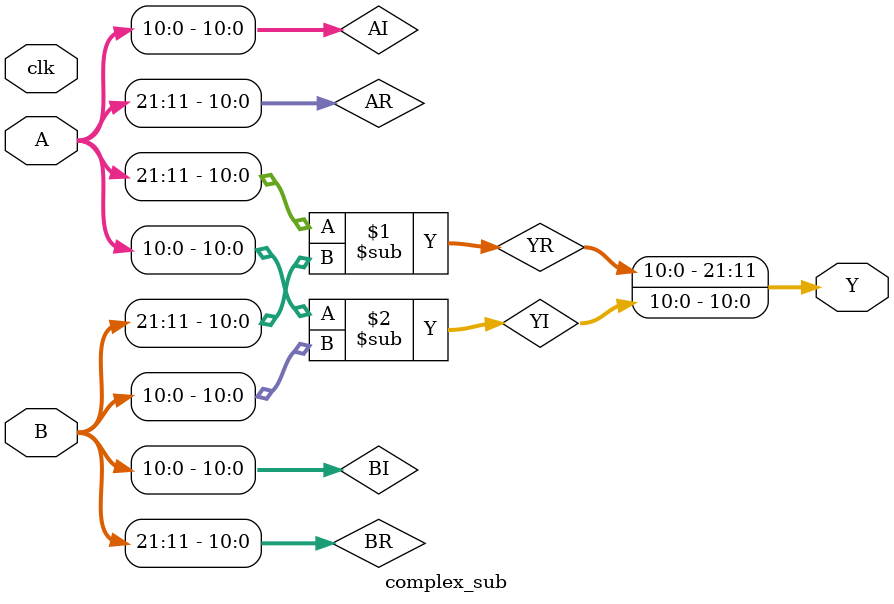
<source format=v>

module complex_sub(
                   input         clk,
                   input [21:0]  A,
                   input [21:0]  B,
                   output [21:0] Y
                   );
   
   wire signed [10:0]            AR, AI, BR, BI;
   // reg signed [10:0]             YR, YI;
   wire signed [10:0]             YR, YI;
   assign {AR, AI} = A;
   assign {BR, BI} = B;


   assign YR = AR - BR;
   assign YI = AI - BI;

   assign Y = {YR, YI};

   always@(posedge clk) begin
      // YR <= AR - BR;
      // YI <= AI - BI;
   end

endmodule // complex_add

</source>
